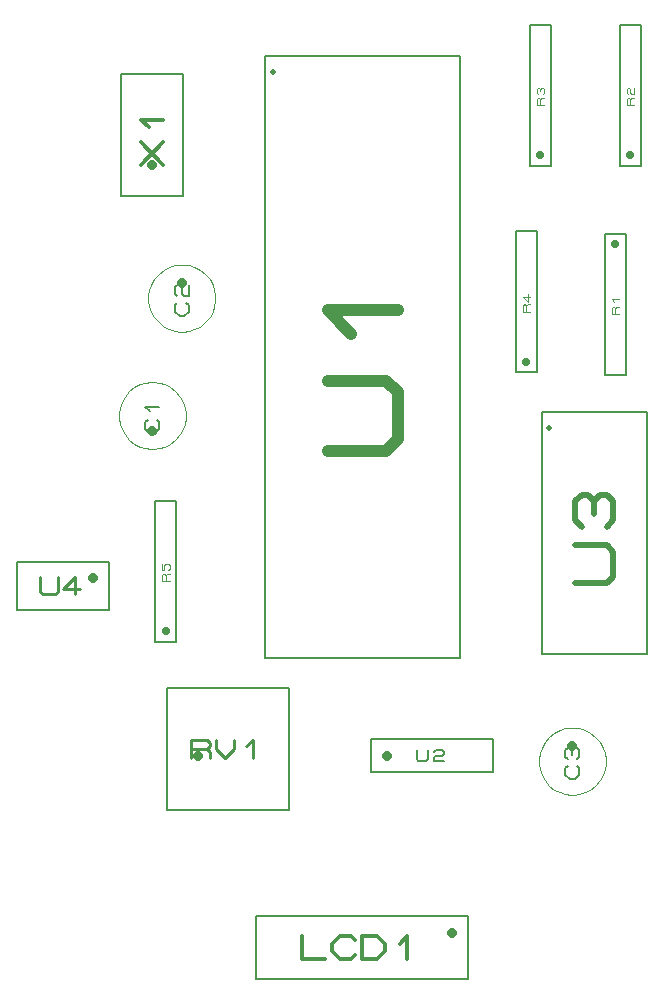
<source format=gbr>
G04 PROTEUS RS274X GERBER FILE*
%FSLAX45Y45*%
%MOMM*%
G01*
%ADD17C,0.203200*%
%ADD18C,0.508000*%
%ADD19C,0.990600*%
%ADD70C,0.533400*%
%ADD71C,0.812800*%
%ADD20C,0.259080*%
%ADD21C,0.316990*%
%ADD22C,0.164590*%
%ADD23C,0.050800*%
%ADD24C,0.191010*%
%ADD25C,0.711200*%
%ADD26C,0.106680*%
%ADD27C,0.240790*%
D17*
X-1042500Y-2177160D02*
X+608500Y-2177160D01*
X+608500Y+2923160D01*
X-1042500Y+2923160D01*
X-1042500Y-2177160D01*
D18*
X-979000Y+2786000D02*
X-979000Y+2786000D01*
D19*
X-514180Y-419480D02*
X-18880Y-419480D01*
X+80180Y-320420D01*
X+80180Y+75820D01*
X-18880Y+174880D01*
X-514180Y+174880D01*
X-316060Y+571120D02*
X-514180Y+769240D01*
X+80180Y+769240D01*
D17*
X+1296500Y-2141160D02*
X+2185500Y-2141160D01*
X+2185500Y-88840D01*
X+1296500Y-88840D01*
X+1296500Y-2141160D01*
D18*
X+1360000Y-226000D02*
X+1360000Y-226000D01*
D70*
X+1580980Y-1541720D02*
X+1847680Y-1541720D01*
X+1901020Y-1488380D01*
X+1901020Y-1275020D01*
X+1847680Y-1221680D01*
X+1580980Y-1221680D01*
X+1634320Y-1061660D02*
X+1580980Y-1008320D01*
X+1580980Y-848300D01*
X+1634320Y-794960D01*
X+1687660Y-794960D01*
X+1741000Y-848300D01*
X+1794340Y-794960D01*
X+1847680Y-794960D01*
X+1901020Y-848300D01*
X+1901020Y-1008320D01*
X+1847680Y-1061660D01*
X+1741000Y-954980D02*
X+1741000Y-848300D01*
D17*
X-1876160Y-3462660D02*
X-839840Y-3462660D01*
X-839840Y-2426340D01*
X-1876160Y-2426340D01*
X-1876160Y-3462660D01*
D71*
X-1612000Y-3008000D02*
X-1612000Y-3008000D01*
D20*
X-1668896Y-3022224D02*
X-1668896Y-2866776D01*
X-1539356Y-2866776D01*
X-1513448Y-2892684D01*
X-1513448Y-2918592D01*
X-1539356Y-2944500D01*
X-1668896Y-2944500D01*
X-1539356Y-2944500D02*
X-1513448Y-2970408D01*
X-1513448Y-3022224D01*
X-1461632Y-2866776D02*
X-1461632Y-2944500D01*
X-1383908Y-3022224D01*
X-1306184Y-2944500D01*
X-1306184Y-2866776D01*
X-1202552Y-2918592D02*
X-1150736Y-2866776D01*
X-1150736Y-3022224D01*
D17*
X-2264160Y+1735840D02*
X-1735840Y+1735840D01*
X-1735840Y+2772160D01*
X-2264160Y+2772160D01*
X-2264160Y+1735840D01*
D71*
X-2000000Y+2000000D02*
X-2000000Y+2000000D01*
D21*
X-2095097Y+2000407D02*
X-1904902Y+2190601D01*
X-1904902Y+2000407D02*
X-2095097Y+2190601D01*
X-2031699Y+2317398D02*
X-2095097Y+2380796D01*
X-1904902Y+2380796D01*
D17*
X-149160Y-3137160D02*
X+887160Y-3137160D01*
X+887160Y-2862840D01*
X-149160Y-2862840D01*
X-149160Y-3137160D01*
D71*
X-12000Y-3000000D02*
X-12000Y-3000000D01*
D22*
X+237327Y-2950623D02*
X+237327Y-3032919D01*
X+253786Y-3049378D01*
X+319622Y-3049378D01*
X+336081Y-3032919D01*
X+336081Y-2950623D01*
X+385459Y-2967082D02*
X+401918Y-2950623D01*
X+451295Y-2950623D01*
X+467754Y-2967082D01*
X+467754Y-2983541D01*
X+451295Y-3000000D01*
X+401918Y-3000000D01*
X+385459Y-3016460D01*
X+385459Y-3049378D01*
X+467754Y-3049378D01*
D23*
X-1716020Y-122080D02*
X-1716938Y-99266D01*
X-1724391Y-53637D01*
X-1739938Y-8008D01*
X-1765180Y+37621D01*
X-1803722Y+83151D01*
X-1849351Y+118647D01*
X-1894980Y+141767D01*
X-1940609Y+155620D01*
X-1986238Y+161566D01*
X-2000000Y+161900D01*
X-2283980Y-122080D02*
X-2283062Y-99266D01*
X-2275609Y-53637D01*
X-2260062Y-8008D01*
X-2234820Y+37621D01*
X-2196278Y+83151D01*
X-2150649Y+118647D01*
X-2105020Y+141767D01*
X-2059391Y+155620D01*
X-2013762Y+161566D01*
X-2000000Y+161900D01*
X-2283980Y-122080D02*
X-2283062Y-144894D01*
X-2275609Y-190523D01*
X-2260062Y-236152D01*
X-2234820Y-281781D01*
X-2196278Y-327311D01*
X-2150649Y-362807D01*
X-2105020Y-385927D01*
X-2059391Y-399780D01*
X-2013762Y-405726D01*
X-2000000Y-406060D01*
X-1716020Y-122080D02*
X-1716938Y-144894D01*
X-1724391Y-190523D01*
X-1739938Y-236152D01*
X-1765180Y-281781D01*
X-1803722Y-327311D01*
X-1849351Y-362807D01*
X-1894980Y-385927D01*
X-1940609Y-399780D01*
X-1986238Y-405726D01*
X-2000000Y-406060D01*
D71*
X-2000000Y-250000D02*
X-2000000Y-250000D01*
D24*
X-1961797Y-160283D02*
X-1942696Y-179384D01*
X-1942696Y-236688D01*
X-1980899Y-274890D01*
X-2019101Y-274890D01*
X-2057304Y-236688D01*
X-2057304Y-179384D01*
X-2038203Y-160283D01*
X-2019101Y-83878D02*
X-2057304Y-45675D01*
X-1942696Y-45675D01*
D23*
X-1466020Y+872080D02*
X-1466938Y+894894D01*
X-1474391Y+940523D01*
X-1489938Y+986152D01*
X-1515180Y+1031781D01*
X-1553722Y+1077311D01*
X-1599351Y+1112807D01*
X-1644980Y+1135927D01*
X-1690609Y+1149780D01*
X-1736238Y+1155726D01*
X-1750000Y+1156060D01*
X-2033980Y+872080D02*
X-2033062Y+894894D01*
X-2025609Y+940523D01*
X-2010062Y+986152D01*
X-1984820Y+1031781D01*
X-1946278Y+1077311D01*
X-1900649Y+1112807D01*
X-1855020Y+1135927D01*
X-1809391Y+1149780D01*
X-1763762Y+1155726D01*
X-1750000Y+1156060D01*
X-2033980Y+872080D02*
X-2033062Y+849266D01*
X-2025609Y+803637D01*
X-2010062Y+758008D01*
X-1984820Y+712379D01*
X-1946278Y+666849D01*
X-1900649Y+631353D01*
X-1855020Y+608233D01*
X-1809391Y+594380D01*
X-1763762Y+588434D01*
X-1750000Y+588100D01*
X-1466020Y+872080D02*
X-1466938Y+849266D01*
X-1474391Y+803637D01*
X-1489938Y+758008D01*
X-1515180Y+712379D01*
X-1553722Y+666849D01*
X-1599351Y+631353D01*
X-1644980Y+608233D01*
X-1690609Y+594380D01*
X-1736238Y+588434D01*
X-1750000Y+588100D01*
D71*
X-1750000Y+1000000D02*
X-1750000Y+1000000D01*
D24*
X-1711797Y+833877D02*
X-1692696Y+814776D01*
X-1692696Y+757472D01*
X-1730899Y+719270D01*
X-1769101Y+719270D01*
X-1807304Y+757472D01*
X-1807304Y+814776D01*
X-1788203Y+833877D01*
X-1788203Y+891181D02*
X-1807304Y+910282D01*
X-1807304Y+967586D01*
X-1788203Y+986687D01*
X-1769101Y+986687D01*
X-1750000Y+967586D01*
X-1750000Y+910282D01*
X-1730899Y+891181D01*
X-1692696Y+891181D01*
X-1692696Y+986687D01*
D17*
X-1974900Y-2036900D02*
X-1797100Y-2036900D01*
X-1797100Y-843100D01*
X-1974900Y-843100D01*
X-1974900Y-2036900D01*
D25*
X-1886000Y-1948000D02*
X-1886000Y-1948000D01*
D26*
X-1853996Y-1525344D02*
X-1918004Y-1525344D01*
X-1918004Y-1472004D01*
X-1907336Y-1461336D01*
X-1896668Y-1461336D01*
X-1886000Y-1472004D01*
X-1886000Y-1525344D01*
X-1886000Y-1472004D02*
X-1875332Y-1461336D01*
X-1853996Y-1461336D01*
X-1918004Y-1375992D02*
X-1918004Y-1429332D01*
X-1896668Y-1429332D01*
X-1896668Y-1386660D01*
X-1886000Y-1375992D01*
X-1864664Y-1375992D01*
X-1853996Y-1386660D01*
X-1853996Y-1418664D01*
X-1864664Y-1429332D01*
D23*
X+1839980Y-3048920D02*
X+1839062Y-3026106D01*
X+1831609Y-2980477D01*
X+1816062Y-2934848D01*
X+1790820Y-2889219D01*
X+1752278Y-2843689D01*
X+1706649Y-2808193D01*
X+1661020Y-2785073D01*
X+1615391Y-2771220D01*
X+1569762Y-2765274D01*
X+1556000Y-2764940D01*
X+1272020Y-3048920D02*
X+1272938Y-3026106D01*
X+1280391Y-2980477D01*
X+1295938Y-2934848D01*
X+1321180Y-2889219D01*
X+1359722Y-2843689D01*
X+1405351Y-2808193D01*
X+1450980Y-2785073D01*
X+1496609Y-2771220D01*
X+1542238Y-2765274D01*
X+1556000Y-2764940D01*
X+1272020Y-3048920D02*
X+1272938Y-3071734D01*
X+1280391Y-3117363D01*
X+1295938Y-3162992D01*
X+1321180Y-3208621D01*
X+1359722Y-3254151D01*
X+1405351Y-3289647D01*
X+1450980Y-3312767D01*
X+1496609Y-3326620D01*
X+1542238Y-3332566D01*
X+1556000Y-3332900D01*
X+1839980Y-3048920D02*
X+1839062Y-3071734D01*
X+1831609Y-3117363D01*
X+1816062Y-3162992D01*
X+1790820Y-3208621D01*
X+1752278Y-3254151D01*
X+1706649Y-3289647D01*
X+1661020Y-3312767D01*
X+1615391Y-3326620D01*
X+1569762Y-3332566D01*
X+1556000Y-3332900D01*
D71*
X+1556000Y-2921000D02*
X+1556000Y-2921000D01*
D24*
X+1594203Y-3087123D02*
X+1613304Y-3106224D01*
X+1613304Y-3163528D01*
X+1575101Y-3201730D01*
X+1536899Y-3201730D01*
X+1498696Y-3163528D01*
X+1498696Y-3106224D01*
X+1517797Y-3087123D01*
X+1517797Y-3029819D02*
X+1498696Y-3010718D01*
X+1498696Y-2953414D01*
X+1517797Y-2934313D01*
X+1536899Y-2934313D01*
X+1556000Y-2953414D01*
X+1575101Y-2934313D01*
X+1594203Y-2934313D01*
X+1613304Y-2953414D01*
X+1613304Y-3010718D01*
X+1594203Y-3029819D01*
X+1556000Y-2991617D02*
X+1556000Y-2953414D01*
D17*
X+1832100Y+224100D02*
X+2009900Y+224100D01*
X+2009900Y+1417900D01*
X+1832100Y+1417900D01*
X+1832100Y+224100D01*
D25*
X+1921000Y+1329000D02*
X+1921000Y+1329000D01*
D26*
X+1953004Y+735656D02*
X+1888996Y+735656D01*
X+1888996Y+788996D01*
X+1899664Y+799664D01*
X+1910332Y+799664D01*
X+1921000Y+788996D01*
X+1921000Y+735656D01*
X+1921000Y+788996D02*
X+1931668Y+799664D01*
X+1953004Y+799664D01*
X+1910332Y+842336D02*
X+1888996Y+863672D01*
X+1953004Y+863672D01*
D17*
X+1959100Y+1994100D02*
X+2136900Y+1994100D01*
X+2136900Y+3187900D01*
X+1959100Y+3187900D01*
X+1959100Y+1994100D01*
D25*
X+2048000Y+2083000D02*
X+2048000Y+2083000D01*
D26*
X+2080004Y+2505656D02*
X+2015996Y+2505656D01*
X+2015996Y+2558996D01*
X+2026664Y+2569664D01*
X+2037332Y+2569664D01*
X+2048000Y+2558996D01*
X+2048000Y+2505656D01*
X+2048000Y+2558996D02*
X+2058668Y+2569664D01*
X+2080004Y+2569664D01*
X+2026664Y+2601668D02*
X+2015996Y+2612336D01*
X+2015996Y+2644340D01*
X+2026664Y+2655008D01*
X+2037332Y+2655008D01*
X+2048000Y+2644340D01*
X+2048000Y+2612336D01*
X+2058668Y+2601668D01*
X+2080004Y+2601668D01*
X+2080004Y+2655008D01*
D17*
X+1197100Y+1994100D02*
X+1374900Y+1994100D01*
X+1374900Y+3187900D01*
X+1197100Y+3187900D01*
X+1197100Y+1994100D01*
D25*
X+1286000Y+2083000D02*
X+1286000Y+2083000D01*
D26*
X+1318004Y+2505656D02*
X+1253996Y+2505656D01*
X+1253996Y+2558996D01*
X+1264664Y+2569664D01*
X+1275332Y+2569664D01*
X+1286000Y+2558996D01*
X+1286000Y+2505656D01*
X+1286000Y+2558996D02*
X+1296668Y+2569664D01*
X+1318004Y+2569664D01*
X+1264664Y+2601668D02*
X+1253996Y+2612336D01*
X+1253996Y+2644340D01*
X+1264664Y+2655008D01*
X+1275332Y+2655008D01*
X+1286000Y+2644340D01*
X+1296668Y+2655008D01*
X+1307336Y+2655008D01*
X+1318004Y+2644340D01*
X+1318004Y+2612336D01*
X+1307336Y+2601668D01*
X+1286000Y+2623004D02*
X+1286000Y+2644340D01*
D17*
X+1078100Y+244100D02*
X+1255900Y+244100D01*
X+1255900Y+1437900D01*
X+1078100Y+1437900D01*
X+1078100Y+244100D01*
D25*
X+1167000Y+333000D02*
X+1167000Y+333000D01*
D26*
X+1199004Y+755656D02*
X+1134996Y+755656D01*
X+1134996Y+808996D01*
X+1145664Y+819664D01*
X+1156332Y+819664D01*
X+1167000Y+808996D01*
X+1167000Y+755656D01*
X+1167000Y+808996D02*
X+1177668Y+819664D01*
X+1199004Y+819664D01*
X+1177668Y+905008D02*
X+1177668Y+841000D01*
X+1134996Y+883672D01*
X+1199004Y+883672D01*
D17*
X-1121160Y-4891160D02*
X+677160Y-4891160D01*
X+677160Y-4362840D01*
X-1121160Y-4362840D01*
X-1121160Y-4891160D01*
D71*
X+540000Y-4500000D02*
X+540000Y-4500000D01*
D21*
X-729186Y-4531903D02*
X-729186Y-4722098D01*
X-538992Y-4722098D01*
X-285399Y-4690399D02*
X-317098Y-4722098D01*
X-412195Y-4722098D01*
X-475593Y-4658700D01*
X-475593Y-4595301D01*
X-412195Y-4531903D01*
X-317098Y-4531903D01*
X-285399Y-4563602D01*
X-222000Y-4722098D02*
X-222000Y-4531903D01*
X-95204Y-4531903D01*
X-31806Y-4595301D01*
X-31806Y-4658700D01*
X-95204Y-4722098D01*
X-222000Y-4722098D01*
X+94991Y-4595301D02*
X+158389Y-4531903D01*
X+158389Y-4722098D01*
D17*
X-3145160Y-1764160D02*
X-2362840Y-1764160D01*
X-2362840Y-1362840D01*
X-3145160Y-1362840D01*
X-3145160Y-1764160D01*
D71*
X-2500000Y-1500000D02*
X-2500000Y-1500000D01*
D27*
X-2946633Y-1491263D02*
X-2946633Y-1611659D01*
X-2922554Y-1635738D01*
X-2826238Y-1635738D01*
X-2802159Y-1611659D01*
X-2802159Y-1491263D01*
X-2609526Y-1587580D02*
X-2754000Y-1587580D01*
X-2657684Y-1491263D01*
X-2657684Y-1635738D01*
M02*

</source>
